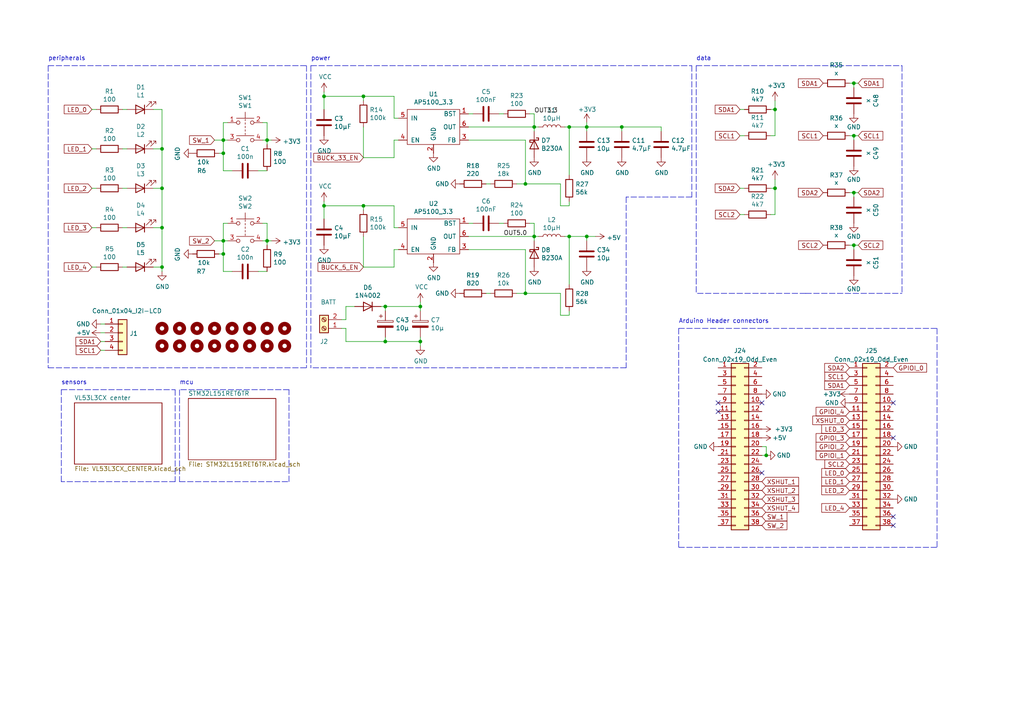
<source format=kicad_sch>
(kicad_sch (version 20211123) (generator eeschema)
  (paper "A4")
  (title_block (title "Gesture Control") (date "2022-03-24") (rev "V0.3") (company "AP Hogeschool & ED&A"))
  (lib_symbols
    (symbol "AP5100:AP5100" (pin_names (offset 1.016))
      (property "Reference" "U" (at 0 6.35 0))
      (property "Value" "AP5100" (at 0 8.89 0))
      (symbol "AP5100_1_1"
        (pin input line (at 10.16 3.81 180) (length 2.54) (name "BST") (number "1"))
        (pin input line (at 0 -7.62 90) (length 2.54) (name "GND") (number "2"))
        (pin input line (at 10.16 -3.81 180) (length 2.54) (name "FB") (number "3"))
        (pin input line (at -10.16 -3.81 0) (length 2.54) (name "EN") (number "4"))
        (pin power_in line (at -10.16 2.54 0) (length 2.54) (name "IN") (number "5"))
        (pin power_out line (at 10.16 0 180) (length 2.54) (name "OUT") (number "6"))
      )
    )
    (symbol "Connector:Screw_Terminal_01x02" (pin_names (offset 1.016) hide)
      (property "Reference" "J" (at 0 2.54 0))
      (property "Value" "Screw_Terminal_01x02" (at 0 -5.08 0))
      (symbol "Screw_Terminal_01x02_1_1"
        (pin passive line (at -5.08 0 0) (length 3.81) (name "Pin_1") (number "1"))
        (pin passive line (at -5.08 -2.54 0) (length 3.81) (name "Pin_2") (number "2"))
      )
    )
    (symbol "Connector_Generic:Conn_01x04" (pin_names (offset 1.016) hide)
      (property "Reference" "J" (at 0 5.08 0))
      (property "Value" "Conn_01x04" (at 0 -7.62 0))
      (symbol "Conn_01x04_1_1"
        (pin passive line (at -5.08 2.54 0) (length 3.81) (name "Pin_1") (number "1"))
        (pin passive line (at -5.08 0 0) (length 3.81) (name "Pin_2") (number "2"))
        (pin passive line (at -5.08 -2.54 0) (length 3.81) (name "Pin_3") (number "3"))
        (pin passive line (at -5.08 -5.08 0) (length 3.81) (name "Pin_4") (number "4"))
      )
    )
    (symbol "Connector_Generic:Conn_02x19_Odd_Even" (pin_names (offset 1.016) hide)
      (property "Reference" "J" (at 1.27 25.4 0))
      (property "Value" "Conn_02x19_Odd_Even" (at 1.27 -25.4 0))
      (symbol "Conn_02x19_Odd_Even_1_1"
        (pin passive line (at -5.08 22.86 0) (length 3.81) (name "Pin_1") (number "1"))
        (pin passive line (at 7.62 12.7 180) (length 3.81) (name "Pin_10") (number "10"))
        (pin passive line (at -5.08 10.16 0) (length 3.81) (name "Pin_11") (number "11"))
        (pin passive line (at 7.62 10.16 180) (length 3.81) (name "Pin_12") (number "12"))
        (pin passive line (at -5.08 7.62 0) (length 3.81) (name "Pin_13") (number "13"))
        (pin passive line (at 7.62 7.62 180) (length 3.81) (name "Pin_14") (number "14"))
        (pin passive line (at -5.08 5.08 0) (length 3.81) (name "Pin_15") (number "15"))
        (pin passive line (at 7.62 5.08 180) (length 3.81) (name "Pin_16") (number "16"))
        (pin passive line (at -5.08 2.54 0) (length 3.81) (name "Pin_17") (number "17"))
        (pin passive line (at 7.62 2.54 180) (length 3.81) (name "Pin_18") (number "18"))
        (pin passive line (at -5.08 0 0) (length 3.81) (name "Pin_19") (number "19"))
        (pin passive line (at 7.62 22.86 180) (length 3.81) (name "Pin_2") (number "2"))
        (pin passive line (at 7.62 0 180) (length 3.81) (name "Pin_20") (number "20"))
        (pin passive line (at -5.08 -2.54 0) (length 3.81) (name "Pin_21") (number "21"))
        (pin passive line (at 7.62 -2.54 180) (length 3.81) (name "Pin_22") (number "22"))
        (pin passive line (at -5.08 -5.08 0) (length 3.81) (name "Pin_23") (number "23"))
        (pin passive line (at 7.62 -5.08 180) (length 3.81) (name "Pin_24") (number "24"))
        (pin passive line (at -5.08 -7.62 0) (length 3.81) (name "Pin_25") (number "25"))
        (pin passive line (at 7.62 -7.62 180) (length 3.81) (name "Pin_26") (number "26"))
        (pin passive line (at -5.08 -10.16 0) (length 3.81) (name "Pin_27") (number "27"))
        (pin passive line (at 7.62 -10.16 180) (length 3.81) (name "Pin_28") (number "28"))
        (pin passive line (at -5.08 -12.7 0) (length 3.81) (name "Pin_29") (number "29"))
        (pin passive line (at -5.08 20.32 0) (length 3.81) (name "Pin_3") (number "3"))
        (pin passive line (at 7.62 -12.7 180) (length 3.81) (name "Pin_30") (number "30"))
        (pin passive line (at -5.08 -15.24 0) (length 3.81) (name "Pin_31") (number "31"))
        (pin passive line (at 7.62 -15.24 180) (length 3.81) (name "Pin_32") (number "32"))
        (pin passive line (at -5.08 -17.78 0) (length 3.81) (name "Pin_33") (number "33"))
        (pin passive line (at 7.62 -17.78 180) (length 3.81) (name "Pin_34") (number "34"))
        (pin passive line (at -5.08 -20.32 0) (length 3.81) (name "Pin_35") (number "35"))
        (pin passive line (at 7.62 -20.32 180) (length 3.81) (name "Pin_36") (number "36"))
        (pin passive line (at -5.08 -22.86 0) (length 3.81) (name "Pin_37") (number "37"))
        (pin passive line (at 7.62 -22.86 180) (length 3.81) (name "Pin_38") (number "38"))
        (pin passive line (at 7.62 20.32 180) (length 3.81) (name "Pin_4") (number "4"))
        (pin passive line (at -5.08 17.78 0) (length 3.81) (name "Pin_5") (number "5"))
        (pin passive line (at 7.62 17.78 180) (length 3.81) (name "Pin_6") (number "6"))
        (pin passive line (at -5.08 15.24 0) (length 3.81) (name "Pin_7") (number "7"))
        (pin passive line (at 7.62 15.24 180) (length 3.81) (name "Pin_8") (number "8"))
        (pin passive line (at -5.08 12.7 0) (length 3.81) (name "Pin_9") (number "9"))
      )
    )
    (symbol "Device:C" (pin_numbers hide) (pin_names (offset 0.254))
      (property "Reference" "C" (at 0.635 2.54 0))
      (property "Value" "C" (at 0.635 -2.54 0))
      (symbol "C_1_1"
        (pin passive line (at 0 3.81 270) (length 2.794) (name "~") (number "1"))
        (pin passive line (at 0 -3.81 90) (length 2.794) (name "~") (number "2"))
      )
    )
    (symbol "Device:CP" (pin_numbers hide) (pin_names (offset 0.254))
      (property "Reference" "C" (at 0.635 2.54 0))
      (property "Value" "Device_CP" (at 0.635 -2.54 0))
      (symbol "CP_1_1"
        (pin passive line (at 0 3.81 270) (length 2.794) (name "~") (number "1"))
        (pin passive line (at 0 -3.81 90) (length 2.794) (name "~") (number "2"))
      )
    )
    (symbol "Device:D" (pin_numbers hide) (pin_names (offset 1.016) hide)
      (property "Reference" "D" (at 0 2.54 0))
      (property "Value" "D" (at 0 -2.54 0))
      (symbol "D_1_1"
        (pin passive line (at -3.81 0 0) (length 2.54) (name "K") (number "1"))
        (pin passive line (at 3.81 0 180) (length 2.54) (name "A") (number "2"))
      )
    )
    (symbol "Device:D_Schottky" (pin_numbers hide) (pin_names (offset 1.016) hide)
      (property "Reference" "D" (at 0 2.54 0))
      (property "Value" "D_Schottky" (at 0 -2.54 0))
      (symbol "D_Schottky_1_1"
        (pin passive line (at -3.81 0 0) (length 2.54) (name "K") (number "1"))
        (pin passive line (at 3.81 0 180) (length 2.54) (name "A") (number "2"))
      )
    )
    (symbol "Device:L" (pin_numbers hide) (pin_names (offset 1.016) hide)
      (property "Reference" "L" (at -1.27 0 90))
      (property "Value" "L" (at 1.905 0 90))
      (symbol "L_1_1"
        (pin passive line (at 0 3.81 270) (length 1.27) (name "1") (number "1"))
        (pin passive line (at 0 -3.81 90) (length 1.27) (name "2") (number "2"))
      )
    )
    (symbol "Device:LED" (pin_numbers hide) (pin_names (offset 1.016) hide)
      (property "Reference" "D" (at 0 2.54 0))
      (property "Value" "LED" (at 0 -2.54 0))
      (symbol "LED_1_1"
        (pin passive line (at -3.81 0 0) (length 2.54) (name "K") (number "1"))
        (pin passive line (at 3.81 0 180) (length 2.54) (name "A") (number "2"))
      )
    )
    (symbol "Device:R" (pin_numbers hide) (pin_names (offset 0))
      (property "Reference" "R" (at 2.032 0 90))
      (property "Value" "R" (at 0 0 90))
      (symbol "R_1_1"
        (pin passive line (at 0 3.81 270) (length 1.27) (name "~") (number "1"))
        (pin passive line (at 0 -3.81 90) (length 1.27) (name "~") (number "2"))
      )
    )
    (symbol "Mechanical:MountingHole" (pin_names (offset 1.016))
      (property "Reference" "H" (at 0 5.08 0))
      (property "Value" "MountingHole" (at 0 3.175 0))
    )
    (symbol "Switch:SW_Push_Dual" (pin_names (offset 1.016) hide)
      (property "Reference" "SW" (at 1.27 2.54 0))
      (property "Value" "SW_Push_Dual" (at 0 -6.858 0))
      (symbol "SW_Push_Dual_0_1"
        (pin passive line (at -5.08 0 0) (length 2.54) (name "1") (number "1"))
        (pin passive line (at 5.08 0 180) (length 2.54) (name "2") (number "2"))
        (pin passive line (at -5.08 -5.08 0) (length 2.54) (name "3") (number "3"))
        (pin passive line (at 5.08 -5.08 180) (length 2.54) (name "4") (number "4"))
      )
    )
    (symbol "power:+3.3V" (power) (pin_names (offset 0))
      (property "Value" "+3.3V" (at 0 3.556 0))
      (symbol "+3.3V_1_1"
        (pin power_in line (at 0 0 90) (length 0) hide (name "+3V3") (number "1"))
      )
    )
    (symbol "power:+5V" (power) (pin_names (offset 0))
      (property "Value" "+5V" (at 0 3.556 0))
      (symbol "+5V_1_1"
        (pin power_in line (at 0 0 90) (length 0) hide (name "+5V") (number "1"))
      )
    )
    (symbol "power:GND" (power) (pin_names (offset 0))
      (property "Value" "GND" (at 0 -3.81 0))
      (symbol "GND_1_1"
        (pin power_in line (at 0 0 270) (length 0) hide (name "GND") (number "1"))
      )
    )
    (symbol "power:VCC" (power) (pin_names (offset 0))
      (property "Value" "VCC" (at 0 3.81 0))
      (symbol "VCC_1_1"
        (pin power_in line (at 0 0 90) (length 0) hide (name "VCC") (number "1"))
      )
    )
  )
  (junction (at 121.92 99.06))
  (junction (at 180.34 36.83))
  (junction (at 224.79 54.61))
  (junction (at 46.99 66.04))
  (junction (at 152.4 53.34))
  (junction (at 93.98 59.69))
  (junction (at 64.77 73.66))
  (junction (at 111.76 99.06))
  (junction (at 247.65 24.13))
  (junction (at 222.25 132.08))
  (junction (at 154.94 68.58))
  (junction (at 105.41 59.69))
  (junction (at 111.76 88.9))
  (junction (at 46.99 54.61))
  (junction (at 154.94 36.83))
  (junction (at 105.41 27.94))
  (junction (at 77.47 69.85))
  (junction (at 247.65 71.12))
  (junction (at 121.92 88.9))
  (junction (at 46.99 43.18))
  (junction (at 64.77 40.64))
  (junction (at 165.1 68.58))
  (junction (at 165.1 36.83))
  (junction (at 247.65 39.37))
  (junction (at 170.18 68.58))
  (junction (at 64.77 44.45))
  (junction (at 170.18 36.83))
  (junction (at 77.47 40.64))
  (junction (at 46.99 77.47))
  (junction (at 224.79 31.75))
  (junction (at 152.4 85.09))
  (junction (at 247.65 55.88))
  (junction (at 93.98 27.94))
  (junction (at 64.77 69.85))
  (no_connect (at 220.98 116.84))
  (no_connect (at 259.08 127))
  (no_connect (at 220.98 137.16))
  (no_connect (at 208.28 119.38))
  (no_connect (at 208.28 116.84))
  (no_connect (at 259.08 116.84))
  (no_connect (at 259.08 149.86))
  (no_connect (at 259.08 152.4))
  (wire (pts (xy 46.99 54.61) (xy 46.99 66.04)))
  (wire (pts (xy 44.45 54.61) (xy 46.99 54.61)))
  (polyline (pts (xy 17.78 113.03) (xy 50.8 113.03)))
  (wire (pts (xy 44.45 66.04) (xy 46.99 66.04)))
  (wire (pts (xy 222.25 129.54) (xy 222.25 132.08)))
  (wire (pts (xy 78.74 40.64) (xy 77.47 40.64)))
  (wire (pts (xy 152.4 40.64) (xy 152.4 53.34)))
  (wire (pts (xy 30.48 99.06) (xy 29.21 99.06)))
  (wire (pts (xy 224.79 29.21) (xy 224.79 31.75)))
  (wire (pts (xy 105.41 68.58) (xy 105.41 77.47)))
  (wire (pts (xy 115.57 72.39) (xy 114.3 72.39)))
  (wire (pts (xy 162.56 53.34) (xy 152.4 53.34)))
  (wire (pts (xy 114.3 45.72) (xy 105.41 45.72)))
  (wire (pts (xy 105.41 36.83) (xy 105.41 45.72)))
  (wire (pts (xy 224.79 62.23) (xy 224.79 54.61)))
  (wire (pts (xy 100.33 99.06) (xy 111.76 99.06)))
  (polyline (pts (xy 17.78 139.7) (xy 17.78 113.03)))
  (wire (pts (xy 64.77 69.85) (xy 62.23 69.85)))
  (wire (pts (xy 246.38 55.88) (xy 247.65 55.88)))
  (wire (pts (xy 170.18 35.56) (xy 170.18 36.83)))
  (wire (pts (xy 163.83 36.83) (xy 165.1 36.83)))
  (wire (pts (xy 172.72 68.58) (xy 170.18 68.58)))
  (wire (pts (xy 246.38 71.12) (xy 247.65 71.12)))
  (wire (pts (xy 246.38 24.13) (xy 247.65 24.13)))
  (wire (pts (xy 64.77 40.64) (xy 66.04 40.64)))
  (wire (pts (xy 162.56 59.69) (xy 162.56 53.34)))
  (wire (pts (xy 29.21 101.6) (xy 30.48 101.6)))
  (wire (pts (xy 137.16 33.02) (xy 135.89 33.02)))
  (wire (pts (xy 111.76 97.79) (xy 111.76 99.06)))
  (wire (pts (xy 247.65 55.88) (xy 248.92 55.88)))
  (wire (pts (xy 105.41 59.69) (xy 105.41 60.96)))
  (wire (pts (xy 144.78 64.77) (xy 146.05 64.77)))
  (wire (pts (xy 111.76 88.9) (xy 111.76 90.17)))
  (polyline (pts (xy 83.82 113.03) (xy 52.07 113.03)))
  (polyline (pts (xy 261.62 19.05) (xy 261.62 85.09)))
  (wire (pts (xy 154.94 36.83) (xy 156.21 36.83)))
  (wire (pts (xy 111.76 88.9) (xy 121.92 88.9)))
  (wire (pts (xy 220.98 132.08) (xy 222.25 132.08)))
  (polyline (pts (xy 233.68 85.09) (xy 201.93 85.09)))
  (wire (pts (xy 64.77 40.64) (xy 62.23 40.64)))
  (polyline (pts (xy 200.66 19.05) (xy 200.66 57.15)))
  (wire (pts (xy 223.52 62.23) (xy 224.79 62.23)))
  (wire (pts (xy 99.06 95.25) (xy 100.33 95.25)))
  (wire (pts (xy 46.99 77.47) (xy 46.99 78.74)))
  (wire (pts (xy 140.97 53.34) (xy 142.24 53.34)))
  (wire (pts (xy 165.1 36.83) (xy 165.1 50.8)))
  (wire (pts (xy 36.83 43.18) (xy 35.56 43.18)))
  (wire (pts (xy 35.56 66.04) (xy 36.83 66.04)))
  (polyline (pts (xy 181.61 106.68) (xy 90.17 106.68)))
  (polyline (pts (xy 88.9 19.05) (xy 88.9 106.68)))
  (wire (pts (xy 46.99 43.18) (xy 46.99 54.61)))
  (polyline (pts (xy 233.68 85.09) (xy 261.62 85.09)))
  (wire (pts (xy 165.1 58.42) (xy 165.1 59.69)))
  (wire (pts (xy 162.56 85.09) (xy 152.4 85.09)))
  (wire (pts (xy 35.56 31.75) (xy 36.83 31.75)))
  (wire (pts (xy 26.67 31.75) (xy 27.94 31.75)))
  (wire (pts (xy 76.2 64.77) (xy 77.47 64.77)))
  (wire (pts (xy 66.04 64.77) (xy 64.77 64.77)))
  (polyline (pts (xy 196.85 95.25) (xy 271.78 95.25)))
  (wire (pts (xy 64.77 40.64) (xy 64.77 44.45)))
  (wire (pts (xy 170.18 36.83) (xy 180.34 36.83)))
  (wire (pts (xy 114.3 40.64) (xy 114.3 45.72)))
  (wire (pts (xy 115.57 40.64) (xy 114.3 40.64)))
  (wire (pts (xy 114.3 77.47) (xy 105.41 77.47)))
  (wire (pts (xy 115.57 66.04) (xy 114.3 66.04)))
  (wire (pts (xy 220.98 129.54) (xy 222.25 129.54)))
  (wire (pts (xy 77.47 41.91) (xy 77.47 40.64)))
  (wire (pts (xy 165.1 68.58) (xy 165.1 82.55)))
  (wire (pts (xy 77.47 69.85) (xy 76.2 69.85)))
  (wire (pts (xy 100.33 88.9) (xy 100.33 92.71)))
  (wire (pts (xy 121.92 97.79) (xy 121.92 99.06)))
  (wire (pts (xy 29.21 96.52) (xy 30.48 96.52)))
  (polyline (pts (xy 83.82 139.7) (xy 83.82 113.03)))
  (wire (pts (xy 163.83 68.58) (xy 165.1 68.58)))
  (polyline (pts (xy 90.17 19.05) (xy 200.66 19.05)))
  (wire (pts (xy 64.77 69.85) (xy 64.77 73.66)))
  (wire (pts (xy 247.65 71.12) (xy 247.65 72.39)))
  (polyline (pts (xy 196.85 158.75) (xy 271.78 158.75)))
  (wire (pts (xy 224.79 52.07) (xy 224.79 54.61)))
  (wire (pts (xy 162.56 91.44) (xy 162.56 85.09)))
  (wire (pts (xy 165.1 36.83) (xy 170.18 36.83)))
  (wire (pts (xy 154.94 68.58) (xy 154.94 69.85)))
  (wire (pts (xy 191.77 36.83) (xy 191.77 38.1)))
  (wire (pts (xy 152.4 53.34) (xy 149.86 53.34)))
  (wire (pts (xy 64.77 69.85) (xy 66.04 69.85)))
  (wire (pts (xy 135.89 72.39) (xy 152.4 72.39)))
  (polyline (pts (xy 13.97 19.05) (xy 88.9 19.05)))
  (wire (pts (xy 105.41 27.94) (xy 93.98 27.94)))
  (polyline (pts (xy 271.78 95.25) (xy 271.78 158.75)))
  (wire (pts (xy 93.98 27.94) (xy 93.98 31.75)))
  (wire (pts (xy 105.41 59.69) (xy 93.98 59.69)))
  (wire (pts (xy 44.45 77.47) (xy 46.99 77.47)))
  (wire (pts (xy 63.5 73.66) (xy 64.77 73.66)))
  (wire (pts (xy 26.67 66.04) (xy 27.94 66.04)))
  (wire (pts (xy 170.18 36.83) (xy 170.18 38.1)))
  (wire (pts (xy 247.65 40.64) (xy 247.65 39.37)))
  (wire (pts (xy 214.63 39.37) (xy 215.9 39.37)))
  (wire (pts (xy 100.33 92.71) (xy 99.06 92.71)))
  (wire (pts (xy 77.47 35.56) (xy 77.47 40.64)))
  (wire (pts (xy 165.1 59.69) (xy 162.56 59.69)))
  (wire (pts (xy 114.3 66.04) (xy 114.3 59.69)))
  (wire (pts (xy 214.63 62.23) (xy 215.9 62.23)))
  (wire (pts (xy 26.67 77.47) (xy 27.94 77.47)))
  (wire (pts (xy 153.67 33.02) (xy 154.94 33.02)))
  (wire (pts (xy 154.94 36.83) (xy 154.94 38.1)))
  (polyline (pts (xy 181.61 57.15) (xy 181.61 106.68)))
  (polyline (pts (xy 50.8 139.7) (xy 17.78 139.7)))
  (wire (pts (xy 247.65 24.13) (xy 248.92 24.13)))
  (wire (pts (xy 170.18 68.58) (xy 170.18 69.85)))
  (wire (pts (xy 74.93 78.74) (xy 77.47 78.74)))
  (wire (pts (xy 135.89 40.64) (xy 152.4 40.64)))
  (wire (pts (xy 67.31 49.53) (xy 64.77 49.53)))
  (wire (pts (xy 121.92 87.63) (xy 121.92 88.9)))
  (wire (pts (xy 246.38 39.37) (xy 247.65 39.37)))
  (wire (pts (xy 78.74 69.85) (xy 77.47 69.85)))
  (wire (pts (xy 110.49 88.9) (xy 111.76 88.9)))
  (wire (pts (xy 46.99 31.75) (xy 46.99 43.18)))
  (wire (pts (xy 76.2 35.56) (xy 77.47 35.56)))
  (wire (pts (xy 146.05 33.02) (xy 144.78 33.02)))
  (wire (pts (xy 35.56 54.61) (xy 36.83 54.61)))
  (wire (pts (xy 165.1 90.17) (xy 165.1 91.44)))
  (wire (pts (xy 44.45 43.18) (xy 46.99 43.18)))
  (wire (pts (xy 111.76 99.06) (xy 121.92 99.06)))
  (wire (pts (xy 154.94 64.77) (xy 154.94 68.58)))
  (wire (pts (xy 114.3 27.94) (xy 105.41 27.94)))
  (wire (pts (xy 74.93 49.53) (xy 77.47 49.53)))
  (polyline (pts (xy 52.07 139.7) (xy 83.82 139.7)))
  (wire (pts (xy 247.65 71.12) (xy 248.92 71.12)))
  (wire (pts (xy 135.89 68.58) (xy 154.94 68.58)))
  (wire (pts (xy 224.79 31.75) (xy 223.52 31.75)))
  (wire (pts (xy 165.1 68.58) (xy 170.18 68.58)))
  (wire (pts (xy 180.34 36.83) (xy 180.34 38.1)))
  (wire (pts (xy 77.47 64.77) (xy 77.47 69.85)))
  (polyline (pts (xy 90.17 19.05) (xy 90.17 106.68)))
  (wire (pts (xy 114.3 59.69) (xy 105.41 59.69)))
  (wire (pts (xy 247.65 24.13) (xy 247.65 25.4)))
  (wire (pts (xy 46.99 66.04) (xy 46.99 77.47)))
  (wire (pts (xy 152.4 72.39) (xy 152.4 85.09)))
  (wire (pts (xy 154.94 33.02) (xy 154.94 36.83)))
  (wire (pts (xy 93.98 26.67) (xy 93.98 27.94)))
  (wire (pts (xy 35.56 77.47) (xy 36.83 77.47)))
  (wire (pts (xy 64.77 35.56) (xy 64.77 40.64)))
  (polyline (pts (xy 13.97 19.05) (xy 13.97 106.68)))
  (wire (pts (xy 114.3 34.29) (xy 114.3 27.94)))
  (wire (pts (xy 100.33 88.9) (xy 102.87 88.9)))
  (wire (pts (xy 152.4 85.09) (xy 149.86 85.09)))
  (wire (pts (xy 66.04 35.56) (xy 64.77 35.56)))
  (polyline (pts (xy 50.8 113.03) (xy 50.8 139.7)))
  (wire (pts (xy 64.77 73.66) (xy 64.77 78.74)))
  (wire (pts (xy 67.31 78.74) (xy 64.77 78.74)))
  (wire (pts (xy 93.98 58.42) (xy 93.98 59.69)))
  (wire (pts (xy 64.77 44.45) (xy 64.77 49.53)))
  (wire (pts (xy 137.16 64.77) (xy 135.89 64.77)))
  (wire (pts (xy 93.98 59.69) (xy 93.98 63.5)))
  (wire (pts (xy 30.48 93.98) (xy 29.21 93.98)))
  (wire (pts (xy 154.94 68.58) (xy 156.21 68.58)))
  (wire (pts (xy 115.57 34.29) (xy 114.3 34.29)))
  (wire (pts (xy 100.33 95.25) (xy 100.33 99.06)))
  (wire (pts (xy 215.9 31.75) (xy 214.63 31.75)))
  (polyline (pts (xy 13.97 106.68) (xy 88.9 106.68)))
  (wire (pts (xy 153.67 64.77) (xy 154.94 64.77)))
  (wire (pts (xy 64.77 64.77) (xy 64.77 69.85)))
  (wire (pts (xy 224.79 54.61) (xy 223.52 54.61)))
  (wire (pts (xy 44.45 31.75) (xy 46.99 31.75)))
  (wire (pts (xy 247.65 39.37) (xy 248.92 39.37)))
  (wire (pts (xy 26.67 43.18) (xy 27.94 43.18)))
  (wire (pts (xy 223.52 39.37) (xy 224.79 39.37)))
  (wire (pts (xy 114.3 72.39) (xy 114.3 77.47)))
  (polyline (pts (xy 200.66 57.15) (xy 181.61 57.15)))
  (polyline (pts (xy 201.93 19.05) (xy 261.62 19.05)))
  (wire (pts (xy 121.92 100.33) (xy 121.92 99.06)))
  (wire (pts (xy 63.5 44.45) (xy 64.77 44.45)))
  (wire (pts (xy 77.47 71.12) (xy 77.47 69.85)))
  (wire (pts (xy 247.65 55.88) (xy 247.65 57.15)))
  (wire (pts (xy 135.89 36.83) (xy 154.94 36.83)))
  (wire (pts (xy 105.41 27.94) (xy 105.41 29.21)))
  (wire (pts (xy 121.92 88.9) (xy 121.92 90.17)))
  (wire (pts (xy 224.79 39.37) (xy 224.79 31.75)))
  (wire (pts (xy 26.67 54.61) (xy 27.94 54.61)))
  (polyline (pts (xy 52.07 113.03) (xy 52.07 139.7)))
  (wire (pts (xy 77.47 40.64) (xy 76.2 40.64)))
  (wire (pts (xy 140.97 85.09) (xy 142.24 85.09)))
  (wire (pts (xy 165.1 91.44) (xy 162.56 91.44)))
  (wire (pts (xy 215.9 54.61) (xy 214.63 54.61)))
  (polyline (pts (xy 201.93 19.05) (xy 201.93 85.09)))
  (polyline (pts (xy 196.85 95.25) (xy 196.85 158.75)))
  (wire (pts (xy 180.34 36.83) (xy 191.77 36.83)))
  (text "data" (at 201.93 17.78 0) (effects (font (size 1.27 1.27)) (justify left bottom)))
  (text "sensors" (at 17.78 111.76 0) (effects (font (size 1.27 1.27)) (justify left bottom)))
  (text "Arduino Header connectors" (at 196.85 93.98 0) (effects (font (size 1.27 1.27)) (justify left bottom)))
  (text "peripherals" (at 13.97 17.78 0) (effects (font (size 1.27 1.27)) (justify left bottom)))
  (text "mcu" (at 52.07 111.76 0) (effects (font (size 1.27 1.27)) (justify left bottom)))
  (text "power" (at 90.17 17.78 0) (effects (font (size 1.27 1.27)) (justify left bottom)))
  (label "OUT5.0" (at 146.05 68.58 0))
  (label "OUT3.3" (at 154.94 33.02 0))
  (global_label "SDA1" (shape input) (at 246.38 111.76 180) (property "Intersheet References" "${INTERSHEET_REFS}" (effects hide)))
  (global_label "SCL2" (shape input) (at 214.63 62.23 180) (property "Intersheet References" "${INTERSHEET_REFS}" (effects hide)))
  (global_label "LED_0" (shape input) (at 26.67 31.75 180) (property "Intersheet References" "${INTERSHEET_REFS}" (effects hide)))
  (global_label "BUCK_5_EN" (shape input) (at 105.41 77.47 180) (property "Intersheet References" "${INTERSHEET_REFS}" (effects hide)))
  (global_label "SCL2" (shape input) (at 238.76 71.12 180) (property "Intersheet References" "${INTERSHEET_REFS}" (effects hide)))
  (global_label "SW_2" (shape input) (at 62.23 69.85 180) (property "Intersheet References" "${INTERSHEET_REFS}" (effects hide)))
  (global_label "SDA2" (shape input) (at 246.38 106.68 180) (property "Intersheet References" "${INTERSHEET_REFS}" (effects hide)))
  (global_label "XSHUT_4" (shape input) (at 220.98 147.32 0) (property "Intersheet References" "${INTERSHEET_REFS}" (effects hide)))
  (global_label "SCL1" (shape input) (at 248.92 39.37 0) (property "Intersheet References" "${INTERSHEET_REFS}" (effects hide)))
  (global_label "SDA1" (shape input) (at 214.63 31.75 180) (property "Intersheet References" "${INTERSHEET_REFS}" (effects hide)))
  (global_label "GPIOI_0" (shape input) (at 259.08 106.68 0) (property "Intersheet References" "${INTERSHEET_REFS}" (effects hide)))
  (global_label "SCL2" (shape input) (at 248.92 71.12 0) (property "Intersheet References" "${INTERSHEET_REFS}" (effects hide)))
  (global_label "LED_0" (shape input) (at 246.38 137.16 180) (property "Intersheet References" "${INTERSHEET_REFS}" (effects hide)))
  (global_label "XSHUT_3" (shape input) (at 220.98 144.78 0) (property "Intersheet References" "${INTERSHEET_REFS}" (effects hide)))
  (global_label "LED_3" (shape input) (at 26.67 66.04 180) (property "Intersheet References" "${INTERSHEET_REFS}" (effects hide)))
  (global_label "LED_1" (shape input) (at 246.38 139.7 180) (property "Intersheet References" "${INTERSHEET_REFS}" (effects hide)))
  (global_label "XSHUT_2" (shape input) (at 220.98 142.24 0) (property "Intersheet References" "${INTERSHEET_REFS}" (effects hide)))
  (global_label "SDA1" (shape input) (at 238.76 24.13 180) (property "Intersheet References" "${INTERSHEET_REFS}" (effects hide)))
  (global_label "SCL2" (shape input) (at 246.38 134.62 180) (property "Intersheet References" "${INTERSHEET_REFS}" (effects hide)))
  (global_label "GPIOI_1" (shape input) (at 246.38 132.08 180) (property "Intersheet References" "${INTERSHEET_REFS}" (effects hide)))
  (global_label "SDA2" (shape input) (at 248.92 55.88 0) (property "Intersheet References" "${INTERSHEET_REFS}" (effects hide)))
  (global_label "SDA1" (shape input) (at 29.21 99.06 180) (property "Intersheet References" "${INTERSHEET_REFS}" (effects hide)))
  (global_label "XSHUT_1" (shape input) (at 220.98 139.7 0) (property "Intersheet References" "${INTERSHEET_REFS}" (effects hide)))
  (global_label "BUCK_33_EN" (shape input) (at 105.41 45.72 180) (property "Intersheet References" "${INTERSHEET_REFS}" (effects hide)))
  (global_label "SCL1" (shape input) (at 29.21 101.6 180) (property "Intersheet References" "${INTERSHEET_REFS}" (effects hide)))
  (global_label "SCL1" (shape input) (at 246.38 109.22 180) (property "Intersheet References" "${INTERSHEET_REFS}" (effects hide)))
  (global_label "SCL1" (shape input) (at 214.63 39.37 180) (property "Intersheet References" "${INTERSHEET_REFS}" (effects hide)))
  (global_label "LED_2" (shape input) (at 26.67 54.61 180) (property "Intersheet References" "${INTERSHEET_REFS}" (effects hide)))
  (global_label "SW_2" (shape input) (at 220.98 152.4 0) (property "Intersheet References" "${INTERSHEET_REFS}" (effects hide)))
  (global_label "SDA1" (shape input) (at 248.92 24.13 0) (property "Intersheet References" "${INTERSHEET_REFS}" (effects hide)))
  (global_label "LED_3" (shape input) (at 246.38 124.46 180) (property "Intersheet References" "${INTERSHEET_REFS}" (effects hide)))
  (global_label "LED_1" (shape input) (at 26.67 43.18 180) (property "Intersheet References" "${INTERSHEET_REFS}" (effects hide)))
  (global_label "SW_1" (shape input) (at 62.23 40.64 180) (property "Intersheet References" "${INTERSHEET_REFS}" (effects hide)))
  (global_label "XSHUT_0" (shape input) (at 246.38 121.92 180) (property "Intersheet References" "${INTERSHEET_REFS}" (effects hide)))
  (global_label "LED_4" (shape input) (at 246.38 147.32 180) (property "Intersheet References" "${INTERSHEET_REFS}" (effects hide)))
  (global_label "SDA2" (shape input) (at 214.63 54.61 180) (property "Intersheet References" "${INTERSHEET_REFS}" (effects hide)))
  (global_label "SCL1" (shape input) (at 238.76 39.37 180) (property "Intersheet References" "${INTERSHEET_REFS}" (effects hide)))
  (global_label "SDA2" (shape input) (at 238.76 55.88 180) (property "Intersheet References" "${INTERSHEET_REFS}" (effects hide)))
  (global_label "SW_1" (shape input) (at 220.98 149.86 0) (property "Intersheet References" "${INTERSHEET_REFS}" (effects hide)))
  (global_label "GPIOI_4" (shape input) (at 246.38 119.38 180) (property "Intersheet References" "${INTERSHEET_REFS}" (effects hide)))
  (global_label "LED_4" (shape input) (at 26.67 77.47 180) (property "Intersheet References" "${INTERSHEET_REFS}" (effects hide)))
  (global_label "LED_2" (shape input) (at 246.38 142.24 180) (property "Intersheet References" "${INTERSHEET_REFS}" (effects hide)))
  (global_label "GPIOI_2" (shape input) (at 246.38 129.54 180) (property "Intersheet References" "${INTERSHEET_REFS}" (effects hide)))
  (global_label "GPIOI_3" (shape input) (at 246.38 127 180) (property "Intersheet References" "${INTERSHEET_REFS}" (effects hide)))
  (symbol (lib_id "Device:LED") (at 40.64 31.75 180) (unit 1)
    (property "Reference" "D1" (at 40.8178 25.273 0))
    (property "Value" "L1" (at 40.8178 27.5844 0))
    (property "Footprint" "LED_SMD:LED_0805_2012Metric_Pad1.15x1.40mm_HandSolder" (effects hide))
  )
  (symbol (lib_id "Device:LED") (at 40.64 43.18 180) (unit 1)
    (property "Reference" "D2" (at 40.8178 36.703 0))
    (property "Value" "L2" (at 40.8178 39.0144 0))
    (property "Footprint" "LED_SMD:LED_0805_2012Metric_Pad1.15x1.40mm_HandSolder" (effects hide))
  )
  (symbol (lib_id "Device:LED") (at 40.64 54.61 180) (unit 1)
    (property "Reference" "D3" (at 40.8178 48.133 0))
    (property "Value" "L3" (at 40.8178 50.4444 0))
    (property "Footprint" "LED_SMD:LED_0805_2012Metric_Pad1.15x1.40mm_HandSolder" (effects hide))
  )
  (symbol (lib_id "Device:LED") (at 40.64 66.04 180) (unit 1)
    (property "Reference" "D4" (at 40.8178 59.563 0))
    (property "Value" "L4" (at 40.8178 61.8744 0))
    (property "Footprint" "LED_SMD:LED_0805_2012Metric_Pad1.15x1.40mm_HandSolder" (effects hide))
  )
  (symbol (lib_id "Device:R") (at 31.75 31.75 270) (unit 1)
    (property "Reference" "R1" (at 31.75 26.4922 90))
    (property "Value" "100" (at 31.75 28.8036 90))
    (property "Footprint" "Resistor_SMD:R_0805_2012Metric_Pad1.20x1.40mm_HandSolder" (effects hide))
  )
  (symbol (lib_id "Device:R") (at 31.75 43.18 270) (unit 1)
    (property "Reference" "R2" (at 31.75 37.9222 90))
    (property "Value" "100" (at 31.75 40.2336 90))
    (property "Footprint" "Resistor_SMD:R_0805_2012Metric_Pad1.20x1.40mm_HandSolder" (effects hide))
  )
  (symbol (lib_id "Device:R") (at 31.75 54.61 270) (unit 1)
    (property "Reference" "R3" (at 31.75 49.3522 90))
    (property "Value" "100" (at 31.75 51.6636 90))
    (property "Footprint" "Resistor_SMD:R_0805_2012Metric_Pad1.20x1.40mm_HandSolder" (effects hide))
  )
  (symbol (lib_id "Device:R") (at 31.75 66.04 270) (unit 1)
    (property "Reference" "R4" (at 31.75 60.7822 90))
    (property "Value" "100" (at 31.75 63.0936 90))
    (property "Footprint" "Resistor_SMD:R_0805_2012Metric_Pad1.20x1.40mm_HandSolder" (effects hide))
  )
  (symbol (lib_id "Device:LED") (at 40.64 77.47 180) (unit 1)
    (property "Reference" "D5" (at 40.8178 70.993 0))
    (property "Value" "L5" (at 40.8178 73.3044 0))
    (property "Footprint" "LED_SMD:LED_0805_2012Metric_Pad1.15x1.40mm_HandSolder" (effects hide))
  )
  (symbol (lib_id "Device:R") (at 31.75 77.47 270) (unit 1)
    (property "Reference" "R5" (at 31.75 72.2122 90))
    (property "Value" "100" (at 31.75 74.5236 90))
    (property "Footprint" "Resistor_SMD:R_0805_2012Metric_Pad1.20x1.40mm_HandSolder" (effects hide))
  )
  (symbol (lib_id "Device:R") (at 59.69 44.45 90) (unit 1)
    (property "Reference" "R6" (at 57.15 49.53 90) (effects (justify right)))
    (property "Value" "10k" (at 57.15 46.99 90) (effects (justify right)))
    (property "Footprint" "Resistor_SMD:R_0805_2012Metric_Pad1.20x1.40mm_HandSolder" (effects hide))
  )
  (symbol (lib_id "power:GND") (at 46.99 78.74 0) (unit 1)
    (property "Reference" "#PWR03" (effects hide))
    (property "Value" "GND" (at 47.117 83.1342 0))
  )
  (symbol (lib_id "power:GND") (at 55.88 44.45 270) (unit 1)
    (property "Reference" "#PWR04" (effects hide))
    (property "Value" "GND" (at 51.4858 44.577 0))
  )
  (symbol (lib_id "Device:R") (at 219.71 31.75 270) (unit 1)
    (property "Reference" "R10" (at 219.71 26.4922 90))
    (property "Value" "4k7" (at 219.71 28.8036 90))
    (property "Footprint" "Resistor_SMD:R_0805_2012Metric_Pad1.20x1.40mm_HandSolder" (effects hide))
  )
  (symbol (lib_id "Device:R") (at 219.71 39.37 270) (unit 1)
    (property "Reference" "R11" (at 219.71 34.1122 90))
    (property "Value" "4k7" (at 219.71 36.4236 90))
    (property "Footprint" "Resistor_SMD:R_0805_2012Metric_Pad1.20x1.40mm_HandSolder" (effects hide))
  )
  (symbol (lib_id "Connector_Generic:Conn_01x04") (at 35.56 96.52 0) (unit 1)
    (property "Reference" "J1" (at 37.592 96.7232 0) (effects (justify left)))
    (property "Value" "Conn_01x04_I2I-LCD" (at 26.67 90.17 0) (effects (justify left)))
    (property "Footprint" "Connector_PinHeader_2.54mm:PinHeader_1x04_P2.54mm_Vertical" (effects hide))
  )
  (symbol (lib_id "power:VCC") (at 93.98 26.67 0) (unit 1)
    (property "Reference" "#PWR09" (effects hide))
    (property "Value" "VCC" (at 94.361 22.2758 0))
  )
  (symbol (lib_id "power:+5V") (at 29.21 96.52 90) (unit 1)
    (property "Reference" "#PWR02" (effects hide))
    (property "Value" "+5V" (at 24.13 96.52 90))
  )
  (symbol (lib_id "power:+3.3V") (at 224.79 29.21 0) (unit 1)
    (property "Reference" "#PWR016" (effects hide))
    (property "Value" "+3.3V" (at 225.171 24.8158 0))
  )
  (symbol (lib_id "power:GND") (at 29.21 93.98 270) (unit 1)
    (property "Reference" "#PWR01" (effects hide))
    (property "Value" "GND" (at 24.13 93.98 90))
  )
  (symbol (lib_id "Device:C") (at 71.12 49.53 270) (unit 1)
    (property "Reference" "C1" (at 71.12 43.1292 90))
    (property "Value" "100n" (at 71.12 45.4406 90))
    (property "Footprint" "Capacitor_SMD:C_0603_1608Metric_Pad1.08x0.95mm_HandSolder" (effects hide))
  )
  (symbol (lib_id "power:+3.3V") (at 78.74 40.64 270) (unit 1)
    (property "Reference" "#PWR06" (effects hide))
    (property "Value" "+3.3V" (at 81.9912 41.021 90) (effects (justify left)))
  )
  (symbol (lib_id "Device:R") (at 77.47 45.72 0) (unit 1)
    (property "Reference" "R8" (at 79.248 44.5516 0) (effects (justify left)))
    (property "Value" "100" (at 79.248 46.863 0) (effects (justify left)))
    (property "Footprint" "Resistor_SMD:R_0805_2012Metric_Pad1.20x1.40mm_HandSolder" (effects hide))
  )
  (symbol (lib_id "Device:R") (at 59.69 73.66 270) (unit 1)
    (property "Reference" "R7" (at 59.69 78.74 90) (effects (justify right)))
    (property "Value" "10k" (at 60.96 76.2 90) (effects (justify right)))
    (property "Footprint" "Resistor_SMD:R_0805_2012Metric_Pad1.20x1.40mm_HandSolder" (effects hide))
  )
  (symbol (lib_id "power:GND") (at 55.88 73.66 270) (unit 1)
    (property "Reference" "#PWR05" (effects hide))
    (property "Value" "GND" (at 51.4858 73.787 0))
  )
  (symbol (lib_id "Switch:SW_Push_Dual") (at 71.12 64.77 0) (unit 1)
    (property "Reference" "SW2" (at 71.12 57.531 0))
    (property "Value" "SW2" (at 71.12 59.8424 0))
    (property "Footprint" "Button_Switch_SMD:SW_Push_1P1T_NO_6x6mm_H9.5mm" (effects hide))
  )
  (symbol (lib_id "Device:C") (at 71.12 78.74 270) (unit 1)
    (property "Reference" "C2" (at 71.12 72.3392 90))
    (property "Value" "100n" (at 71.12 74.6506 90))
    (property "Footprint" "Capacitor_SMD:C_0603_1608Metric_Pad1.08x0.95mm_HandSolder" (effects hide))
  )
  (symbol (lib_id "power:+3.3V") (at 78.74 69.85 270) (unit 1)
    (property "Reference" "#PWR07" (effects hide))
    (property "Value" "+3.3V" (at 81.9912 70.231 90) (effects (justify left)))
  )
  (symbol (lib_id "Device:R") (at 77.47 74.93 0) (unit 1)
    (property "Reference" "R9" (at 79.248 73.7616 0) (effects (justify left)))
    (property "Value" "100" (at 79.248 76.073 0) (effects (justify left)))
    (property "Footprint" "Resistor_SMD:R_0805_2012Metric_Pad1.20x1.40mm_HandSolder" (effects hide))
  )
  (symbol (lib_id "AP5100:AP5100") (at 125.73 36.83 0) (unit 1)
    (property "Reference" "U1" (at 125.73 27.305 0))
    (property "Value" "AP5100_3.3" (at 125.73 29.6164 0))
    (property "Footprint" "Package_TO_SOT_SMD:TSOT-23-6_HandSoldering" (effects hide))
    (property "Datasheet" "https://www.diodes.com/assets/Datasheets/AP5100.pdf" (effects hide))
  )
  (symbol (lib_id "Device:C") (at 93.98 35.56 0) (unit 1)
    (property "Reference" "C3" (at 96.901 34.3916 0) (effects (justify left)))
    (property "Value" "10µF" (at 96.901 36.703 0) (effects (justify left)))
    (property "Footprint" "Capacitor_SMD:C_1206_3216Metric_Pad1.33x1.80mm_HandSolder" (effects hide))
  )
  (symbol (lib_id "Device:R") (at 105.41 33.02 0) (unit 1)
    (property "Reference" "R14" (at 107.188 31.8516 0) (effects (justify left)))
    (property "Value" "100k" (at 107.188 34.163 0) (effects (justify left)))
    (property "Footprint" "Resistor_SMD:R_0805_2012Metric_Pad1.20x1.40mm_HandSolder" (effects hide))
  )
  (symbol (lib_id "Device:C") (at 180.34 41.91 0) (unit 1)
    (property "Reference" "C11" (at 183.261 40.7416 0) (effects (justify left)))
    (property "Value" "4.7µF" (at 183.261 43.053 0) (effects (justify left)))
    (property "Footprint" "Capacitor_SMD:C_0805_2012Metric_Pad1.18x1.45mm_HandSolder" (effects hide))
  )
  (symbol (lib_id "Device:D_Schottky") (at 154.94 41.91 270) (unit 1)
    (property "Reference" "D7" (at 156.972 40.7416 90) (effects (justify left)))
    (property "Value" "B230A" (at 156.972 43.053 90) (effects (justify left)))
    (property "Footprint" "Diode_SMD:D_SMA_Handsoldering" (effects hide))
  )
  (symbol (lib_id "Device:L") (at 160.02 36.83 90) (unit 1)
    (property "Reference" "L1" (at 160.02 32.004 90))
    (property "Value" "10µH" (at 160.02 34.3154 90))
    (property "Footprint" "Inductor_SMD:L_Taiyo-Yuden_NR-50xx_HandSoldering" (effects hide))
  )
  (symbol (lib_id "Device:R") (at 149.86 33.02 270) (unit 1)
    (property "Reference" "R23" (at 149.86 27.7622 90))
    (property "Value" "100" (at 149.86 30.0736 90))
    (property "Footprint" "Resistor_SMD:R_0805_2012Metric_Pad1.20x1.40mm_HandSolder" (effects hide))
  )
  (symbol (lib_id "Device:C") (at 191.77 41.91 0) (unit 1)
    (property "Reference" "C12" (at 194.691 40.7416 0) (effects (justify left)))
    (property "Value" "4.7µF" (at 194.691 43.053 0) (effects (justify left)))
    (property "Footprint" "Capacitor_SMD:C_0805_2012Metric_Pad1.18x1.45mm_HandSolder" (effects hide))
  )
  (symbol (lib_id "power:GND") (at 93.98 39.37 0) (unit 1)
    (property "Reference" "#PWR0116" (effects hide))
    (property "Value" "GND" (at 94.107 43.7642 0))
  )
  (symbol (lib_id "power:GND") (at 125.73 44.45 0) (unit 1)
    (property "Reference" "#PWR0117" (effects hide))
    (property "Value" "GND" (at 125.857 48.8442 0))
  )
  (symbol (lib_id "Device:C") (at 140.97 33.02 270) (unit 1)
    (property "Reference" "C5" (at 140.97 26.6192 90))
    (property "Value" "100nF" (at 140.97 28.9306 90))
    (property "Footprint" "Capacitor_SMD:C_0603_1608Metric_Pad1.08x0.95mm_HandSolder" (effects hide))
  )
  (symbol (lib_id "power:+3.3V") (at 170.18 35.56 0) (unit 1)
    (property "Reference" "#PWR0120" (effects hide))
    (property "Value" "+3.3V" (at 167.64 31.75 0) (effects (justify left)))
  )
  (symbol (lib_id "power:GND") (at 154.94 45.72 0) (unit 1)
    (property "Reference" "#PWR0121" (effects hide))
    (property "Value" "GND" (at 155.067 50.1142 0))
  )
  (symbol (lib_id "Device:C") (at 170.18 41.91 0) (unit 1)
    (property "Reference" "C13" (at 173.101 40.7416 0) (effects (justify left)))
    (property "Value" "10µ" (at 173.101 43.053 0) (effects (justify left)))
    (property "Footprint" "Capacitor_SMD:C_1206_3216Metric_Pad1.33x1.80mm_HandSolder" (effects hide))
  )
  (symbol (lib_id "Connector:Screw_Terminal_01x02") (at 93.98 95.25 180) (unit 1)
    (property "Reference" "J2" (at 93.98 99.06 0))
    (property "Value" "BATT" (at 95.25 87.63 0))
    (property "Footprint" "Connector_Phoenix_MC:PhoenixContact_MC_1,5_2-G-3.5_1x02_P3.50mm_Horizontal" (effects hide))
  )
  (symbol (lib_id "power:GND") (at 180.34 45.72 0) (unit 1)
    (property "Reference" "#PWR0198" (effects hide))
    (property "Value" "GND" (at 180.467 50.1142 0))
  )
  (symbol (lib_id "power:GND") (at 191.77 45.72 0) (unit 1)
    (property "Reference" "#PWR0199" (effects hide))
    (property "Value" "GND" (at 191.897 50.1142 0))
  )
  (symbol (lib_id "power:VCC") (at 121.92 87.63 0) (unit 1)
    (property "Reference" "#PWR012" (effects hide))
    (property "Value" "VCC" (at 122.301 83.2358 0))
  )
  (symbol (lib_id "power:GND") (at 121.92 100.33 0) (unit 1)
    (property "Reference" "#PWR013" (effects hide))
    (property "Value" "GND" (at 122.047 104.7242 0))
  )
  (symbol (lib_id "Device:CP") (at 121.92 93.98 0) (unit 1)
    (property "Reference" "C7" (at 124.9172 92.8116 0) (effects (justify left)))
    (property "Value" "10µ" (at 124.9172 95.123 0) (effects (justify left)))
    (property "Footprint" "Capacitor_SMD:CP_Elec_6.3x5.4" (effects hide))
  )
  (symbol (lib_id "Device:R") (at 146.05 53.34 270) (unit 1)
    (property "Reference" "R25" (at 146.05 48.0822 90))
    (property "Value" "18k" (at 146.05 50.3936 90))
    (property "Footprint" "Resistor_SMD:R_0805_2012Metric_Pad1.20x1.40mm_HandSolder" (effects hide))
  )
  (symbol (lib_id "Device:R") (at 165.1 54.61 180) (unit 1)
    (property "Reference" "R27" (at 166.878 53.4416 0) (effects (justify right)))
    (property "Value" "56k" (at 166.878 55.753 0) (effects (justify right)))
    (property "Footprint" "Resistor_SMD:R_0805_2012Metric_Pad1.20x1.40mm_HandSolder" (effects hide))
  )
  (symbol (lib_id "Device:R") (at 137.16 53.34 270) (unit 1)
    (property "Reference" "R18" (at 137.16 48.0822 90))
    (property "Value" "220" (at 137.16 50.3936 90))
    (property "Footprint" "Resistor_SMD:R_0805_2012Metric_Pad1.20x1.40mm_HandSolder" (effects hide))
  )
  (symbol (lib_id "power:GND") (at 133.35 53.34 270) (unit 1)
    (property "Reference" "#PWR0124" (effects hide))
    (property "Value" "GND" (at 128.27 53.34 90))
  )
  (symbol (lib_id "power:GND") (at 170.18 45.72 0) (unit 1)
    (property "Reference" "#PWR0125" (effects hide))
    (property "Value" "GND" (at 170.307 50.1142 0))
  )
  (symbol (lib_id "Mechanical:MountingHole") (at 72.39 100.33 0) (unit 1)
    (property "Reference" "H6" (effects hide))
    (property "Value" "MountingHole" (effects hide))
    (property "Footprint" "MountingHole:MountingHole_3.2mm_M3" (effects hide))
  )
  (symbol (lib_id "Mechanical:MountingHole") (at 67.31 100.33 0) (unit 1)
    (property "Reference" "H5" (effects hide))
    (property "Value" "MountingHole" (effects hide))
    (property "Footprint" "MountingHole:MountingHole_3.2mm_M3" (effects hide))
  )
  (symbol (lib_id "Device:D") (at 106.68 88.9 180) (unit 1)
    (property "Reference" "D6" (at 106.68 83.3882 0))
    (property "Value" "1N4002" (at 106.68 85.6996 0))
    (property "Footprint" "Diode_SMD:D_SMA_Handsoldering" (effects hide))
  )
  (symbol (lib_id "Mechanical:MountingHole") (at 62.23 100.33 0) (unit 1)
    (property "Reference" "H4" (effects hide))
    (property "Value" "MountingHole" (effects hide))
    (property "Footprint" "MountingHole:MountingHole_3.2mm_M3" (effects hide))
  )
  (symbol (lib_id "Mechanical:MountingHole") (at 57.15 100.33 0) (unit 1)
    (property "Reference" "H3" (effects hide))
    (property "Value" "MountingHole" (effects hide))
    (property "Footprint" "MountingHole:MountingHole_3.2mm_M3" (effects hide))
  )
  (symbol (lib_id "Mechanical:MountingHole") (at 52.07 100.33 0) (unit 1)
    (property "Reference" "H2" (effects hide))
    (property "Value" "MountingHole" (effects hide))
    (property "Footprint" "MountingHole:MountingHole_3.2mm_M3" (effects hide))
  )
  (symbol (lib_id "Mechanical:MountingHole") (at 46.99 100.33 0) (unit 1)
    (property "Reference" "H1" (effects hide))
    (property "Value" "MountingHole" (effects hide))
    (property "Footprint" "MountingHole:MountingHole_3.2mm_M3" (effects hide))
  )
  (symbol (lib_id "power:VCC") (at 93.98 58.42 0) (unit 1)
    (property "Reference" "#PWR0126" (effects hide))
    (property "Value" "VCC" (at 94.361 54.0258 0))
  )
  (symbol (lib_id "AP5100:AP5100") (at 125.73 68.58 0) (unit 1)
    (property "Reference" "U2" (at 125.73 59.055 0))
    (property "Value" "AP5100_3.3" (at 125.73 61.3664 0))
    (property "Footprint" "Package_TO_SOT_SMD:TSOT-23-6_HandSoldering" (effects hide))
    (property "Datasheet" "https://www.diodes.com/assets/Datasheets/AP5100.pdf" (effects hide))
  )
  (symbol (lib_id "Device:C") (at 93.98 67.31 0) (unit 1)
    (property "Reference" "C4" (at 96.901 66.1416 0) (effects (justify left)))
    (property "Value" "10µF" (at 96.901 68.453 0) (effects (justify left)))
    (property "Footprint" "Capacitor_SMD:C_1206_3216Metric_Pad1.33x1.80mm_HandSolder" (effects hide))
  )
  (symbol (lib_id "Device:R") (at 105.41 64.77 0) (unit 1)
    (property "Reference" "R15" (at 107.188 63.6016 0) (effects (justify left)))
    (property "Value" "100k" (at 107.188 65.913 0) (effects (justify left)))
    (property "Footprint" "Resistor_SMD:R_0805_2012Metric_Pad1.20x1.40mm_HandSolder" (effects hide))
  )
  (symbol (lib_id "Device:D_Schottky") (at 154.94 73.66 270) (unit 1)
    (property "Reference" "D8" (at 156.972 72.4916 90) (effects (justify left)))
    (property "Value" "B230A" (at 156.972 74.803 90) (effects (justify left)))
    (property "Footprint" "Diode_SMD:D_SMA_Handsoldering" (effects hide))
  )
  (symbol (lib_id "Device:L") (at 160.02 68.58 90) (unit 1)
    (property "Reference" "L2" (at 160.02 63.754 90))
    (property "Value" "10µH" (at 160.02 66.0654 90))
    (property "Footprint" "Inductor_SMD:L_Taiyo-Yuden_NR-50xx_HandSoldering" (effects hide))
  )
  (symbol (lib_id "Device:R") (at 149.86 64.77 270) (unit 1)
    (property "Reference" "R24" (at 149.86 59.5122 90))
    (property "Value" "100" (at 149.86 61.8236 90))
    (property "Footprint" "Resistor_SMD:R_0805_2012Metric_Pad1.20x1.40mm_HandSolder" (effects hide))
  )
  (symbol (lib_id "power:GND") (at 93.98 71.12 0) (unit 1)
    (property "Reference" "#PWR0127" (effects hide))
    (property "Value" "GND" (at 94.107 75.5142 0))
  )
  (symbol (lib_id "power:GND") (at 125.73 76.2 0) (unit 1)
    (property "Reference" "#PWR0128" (effects hide))
    (property "Value" "GND" (at 125.857 80.5942 0))
  )
  (symbol (lib_id "Device:C") (at 140.97 64.77 270) (unit 1)
    (property "Reference" "C6" (at 140.97 58.3692 90))
    (property "Value" "100nF" (at 140.97 60.6806 90))
    (property "Footprint" "Capacitor_SMD:C_0603_1608Metric_Pad1.08x0.95mm_HandSolder" (effects hide))
  )
  (symbol (lib_id "power:GND") (at 154.94 77.47 0) (unit 1)
    (property "Reference" "#PWR0129" (effects hide))
    (property "Value" "GND" (at 155.067 81.8642 0))
  )
  (symbol (lib_id "Device:C") (at 170.18 73.66 0) (unit 1)
    (property "Reference" "C34" (at 173.101 72.4916 0) (effects (justify left)))
    (property "Value" "10µ" (at 173.101 74.803 0) (effects (justify left)))
    (property "Footprint" "Capacitor_SMD:C_1206_3216Metric_Pad1.33x1.80mm_HandSolder" (effects hide))
  )
  (symbol (lib_id "Device:R") (at 146.05 85.09 270) (unit 1)
    (property "Reference" "R26" (at 146.05 79.8322 90))
    (property "Value" "10k" (at 146.05 82.1436 90))
    (property "Footprint" "Resistor_SMD:R_0805_2012Metric_Pad1.20x1.40mm_HandSolder" (effects hide))
  )
  (symbol (lib_id "Device:R") (at 165.1 86.36 180) (unit 1)
    (property "Reference" "R28" (at 166.878 85.1916 0) (effects (justify right)))
    (property "Value" "56k" (at 166.878 87.503 0) (effects (justify right)))
    (property "Footprint" "Resistor_SMD:R_0805_2012Metric_Pad1.20x1.40mm_HandSolder" (effects hide))
  )
  (symbol (lib_id "Device:R") (at 137.16 85.09 270) (unit 1)
    (property "Reference" "R19" (at 137.16 79.8322 90))
    (property "Value" "820" (at 137.16 82.1436 90))
    (property "Footprint" "Resistor_SMD:R_0805_2012Metric_Pad1.20x1.40mm_HandSolder" (effects hide))
  )
  (symbol (lib_id "power:GND") (at 133.35 85.09 270) (unit 1)
    (property "Reference" "#PWR0130" (effects hide))
    (property "Value" "GND" (at 128.27 85.09 90))
  )
  (symbol (lib_id "power:GND") (at 170.18 77.47 0) (unit 1)
    (property "Reference" "#PWR0131" (effects hide))
    (property "Value" "GND" (at 170.307 81.8642 0))
  )
  (symbol (lib_id "power:+5V") (at 172.72 68.58 270) (unit 1)
    (property "Reference" "#PWR0132" (effects hide))
    (property "Value" "+5V" (at 175.9712 68.961 90) (effects (justify left)))
  )
  (symbol (lib_id "Switch:SW_Push_Dual") (at 71.12 35.56 0) (unit 1)
    (property "Reference" "SW1" (at 71.12 28.321 0))
    (property "Value" "SW1" (at 71.12 30.6324 0))
    (property "Footprint" "Button_Switch_SMD:SW_Push_1P1T_NO_6x6mm_H9.5mm" (effects hide))
  )
  (symbol (lib_id "Mechanical:MountingHole") (at 72.39 95.25 0) (unit 1)
    (property "Reference" "H12" (effects hide))
    (property "Value" "MountingHole" (effects hide))
    (property "Footprint" "MountingHole:MountingHole_3.2mm_M3" (effects hide))
  )
  (symbol (lib_id "Mechanical:MountingHole") (at 67.31 95.25 0) (unit 1)
    (property "Reference" "H11" (effects hide))
    (property "Value" "MountingHole" (effects hide))
    (property "Footprint" "MountingHole:MountingHole_3.2mm_M3" (effects hide))
  )
  (symbol (lib_id "Mechanical:MountingHole") (at 62.23 95.25 0) (unit 1)
    (property "Reference" "H10" (effects hide))
    (property "Value" "MountingHole" (effects hide))
    (property "Footprint" "MountingHole:MountingHole_3.2mm_M3" (effects hide))
  )
  (symbol (lib_id "Mechanical:MountingHole") (at 57.15 95.25 0) (unit 1)
    (property "Reference" "H9" (effects hide))
    (property "Value" "MountingHole" (effects hide))
    (property "Footprint" "MountingHole:MountingHole_3.2mm_M3" (effects hide))
  )
  (symbol (lib_id "Mechanical:MountingHole") (at 52.07 95.25 0) (unit 1)
    (property "Reference" "H8" (effects hide))
    (property "Value" "MountingHole" (effects hide))
    (property "Footprint" "MountingHole:MountingHole_3.2mm_M3" (effects hide))
  )
  (symbol (lib_id "Mechanical:MountingHole") (at 46.99 95.25 0) (unit 1)
    (property "Reference" "H7" (effects hide))
    (property "Value" "MountingHole" (effects hide))
    (property "Footprint" "MountingHole:MountingHole_3.2mm_M3" (effects hide))
  )
  (symbol (lib_id "Mechanical:MountingHole") (at 82.55 100.33 0) (unit 1)
    (property "Reference" "H16" (effects hide))
    (property "Value" "MountingHole" (effects hide))
    (property "Footprint" "MountingHole:MountingHole_3.2mm_M3" (effects hide))
  )
  (symbol (lib_id "Mechanical:MountingHole") (at 77.47 100.33 0) (unit 1)
    (property "Reference" "H14" (effects hide))
    (property "Value" "MountingHole" (effects hide))
    (property "Footprint" "MountingHole:MountingHole_3.2mm_M3" (effects hide))
  )
  (symbol (lib_id "Mechanical:MountingHole") (at 82.55 95.25 0) (unit 1)
    (property "Reference" "H15" (effects hide))
    (property "Value" "MountingHole" (effects hide))
    (property "Footprint" "MountingHole:MountingHole_3.2mm_M3" (effects hide))
  )
  (symbol (lib_id "Mechanical:MountingHole") (at 77.47 95.25 0) (unit 1)
    (property "Reference" "H13" (effects hide))
    (property "Value" "MountingHole" (effects hide))
    (property "Footprint" "MountingHole:MountingHole_3.2mm_M3" (effects hide))
  )
  (symbol (lib_id "power:+3.3V") (at 224.79 52.07 0) (unit 1)
    (property "Reference" "#PWR0103" (effects hide))
    (property "Value" "+3.3V" (at 225.171 47.6758 0))
  )
  (symbol (lib_id "Device:R") (at 219.71 62.23 270) (unit 1)
    (property "Reference" "R22" (at 219.71 56.9722 90))
    (property "Value" "4k7" (at 219.71 59.2836 90))
    (property "Footprint" "Resistor_SMD:R_0805_2012Metric_Pad1.20x1.40mm_HandSolder" (effects hide))
  )
  (symbol (lib_id "Device:R") (at 219.71 54.61 270) (unit 1)
    (property "Reference" "R21" (at 219.71 49.3522 90))
    (property "Value" "4k7" (at 219.71 51.6636 90))
    (property "Footprint" "Resistor_SMD:R_0805_2012Metric_Pad1.20x1.40mm_HandSolder" (effects hide))
  )
  (symbol (lib_id "power:GND") (at 246.38 116.84 270) (unit 1)
    (property "Reference" "#PWR0243" (effects hide))
    (property "Value" "GND" (at 241.3 116.84 90))
  )
  (symbol (lib_id "power:GND") (at 247.65 33.02 0) (unit 1)
    (property "Reference" "#PWR055" (effects hide))
    (property "Value" "GND" (at 247.65 36.83 0))
  )
  (symbol (lib_id "Device:R") (at 242.57 71.12 270) (unit 1)
    (property "Reference" "R38" (at 242.57 66.04 90))
    (property "Value" "x" (at 242.57 68.1736 90))
    (property "Footprint" "Resistor_SMD:R_0805_2012Metric_Pad1.20x1.40mm_HandSolder" (effects hide))
  )
  (symbol (lib_id "Device:R") (at 242.57 55.88 90) (mirror x) (unit 1)
    (property "Reference" "R37" (at 242.57 50.8 90))
    (property "Value" "x" (at 242.57 52.9336 90))
    (property "Footprint" "Resistor_SMD:R_0805_2012Metric_Pad1.20x1.40mm_HandSolder" (effects hide))
  )
  (symbol (lib_id "Device:C") (at 247.65 44.45 180) (unit 1)
    (property "Reference" "C49" (at 254.0508 44.45 90))
    (property "Value" "x" (at 251.7394 44.45 90))
    (property "Footprint" "Capacitor_SMD:C_0805_2012Metric_Pad1.18x1.45mm_HandSolder" (effects hide))
  )
  (symbol (lib_id "power:GND") (at 247.65 48.26 0) (unit 1)
    (property "Reference" "#PWR056" (effects hide))
    (property "Value" "GND" (at 247.65 52.07 0))
  )
  (symbol (lib_id "Device:CP") (at 111.76 93.98 0) (unit 1)
    (property "Reference" "C43" (at 114.7572 92.8116 0) (effects (justify left)))
    (property "Value" "10µ" (at 114.7572 95.123 0) (effects (justify left)))
    (property "Footprint" "Capacitor_SMD:CP_Elec_6.3x5.4" (effects hide))
  )
  (symbol (lib_id "power:GND") (at 259.08 144.78 90) (unit 1)
    (property "Reference" "#PWR0146" (effects hide))
    (property "Value" "GND" (at 264.16 144.78 90))
  )
  (symbol (lib_id "power:GND") (at 208.28 129.54 270) (unit 1)
    (property "Reference" "#PWR0240" (effects hide))
    (property "Value" "GND" (at 203.2 129.54 90))
  )
  (symbol (lib_id "power:+3.3V") (at 246.38 114.3 90) (unit 1)
    (property "Reference" "#PWR0242" (effects hide))
    (property "Value" "+3.3V" (at 241.3 114.3 90))
  )
  (symbol (lib_id "Device:C") (at 247.65 60.96 180) (unit 1)
    (property "Reference" "C50" (at 254.0508 60.96 90))
    (property "Value" "x" (at 251.7394 60.96 90))
    (property "Footprint" "Capacitor_SMD:C_0805_2012Metric_Pad1.18x1.45mm_HandSolder" (effects hide))
  )
  (symbol (lib_id "Device:R") (at 242.57 24.13 270) (unit 1)
    (property "Reference" "R35" (at 242.57 18.8722 90))
    (property "Value" "x" (at 242.57 21.1836 90))
    (property "Footprint" "Resistor_SMD:R_0805_2012Metric_Pad1.20x1.40mm_HandSolder" (effects hide))
  )
  (symbol (lib_id "power:GND") (at 247.65 80.01 0) (unit 1)
    (property "Reference" "#PWR058" (effects hide))
    (property "Value" "GND" (at 247.65 83.82 0))
  )
  (symbol (lib_id "Connector_Generic:Conn_02x19_Odd_Even") (at 251.46 129.54 0) (unit 1)
    (property "Reference" "J25" (at 252.73 101.7102 0))
    (property "Value" "Conn_02x19_Odd_Even" (at 252.73 104.2471 0))
    (property "Footprint" "Connector_PinSocket_2.54mm:PinSocket_2x19_P2.54mm_Vertical" (effects hide))
  )
  (symbol (lib_id "Device:C") (at 247.65 29.21 180) (unit 1)
    (property "Reference" "C48" (at 254.0508 29.21 90))
    (property "Value" "x" (at 251.7394 29.21 90))
    (property "Footprint" "Capacitor_SMD:C_0805_2012Metric_Pad1.18x1.45mm_HandSolder" (effects hide))
  )
  (symbol (lib_id "power:GND") (at 222.25 132.08 90) (unit 1)
    (property "Reference" "#PWR0239" (effects hide))
    (property "Value" "GND" (at 227.33 132.08 90))
  )
  (symbol (lib_id "Device:C") (at 247.65 76.2 180) (unit 1)
    (property "Reference" "C51" (at 254.0508 76.2 90))
    (property "Value" "x" (at 251.7394 76.2 90))
    (property "Footprint" "Capacitor_SMD:C_0805_2012Metric_Pad1.18x1.45mm_HandSolder" (effects hide))
  )
  (symbol (lib_id "power:GND") (at 247.65 64.77 0) (unit 1)
    (property "Reference" "#PWR057" (effects hide))
    (property "Value" "GND" (at 247.65 68.58 0))
  )
  (symbol (lib_id "Connector_Generic:Conn_02x19_Odd_Even") (at 213.36 129.54 0) (unit 1)
    (property "Reference" "J24" (at 214.63 101.7102 0))
    (property "Value" "Conn_02x19_Odd_Even" (at 214.63 104.2471 0))
    (property "Footprint" "Connector_PinSocket_2.54mm:PinSocket_2x19_P2.54mm_Vertical" (effects hide))
  )
  (symbol (lib_id "power:GND") (at 220.98 114.3 90) (unit 1)
    (property "Reference" "#PWR0241" (effects hide))
    (property "Value" "GND" (at 226.06 114.3 90))
  )
  (symbol (lib_id "Device:R") (at 242.57 39.37 270) (unit 1)
    (property "Reference" "R36" (at 242.57 34.29 90))
    (property "Value" "x" (at 242.57 36.4236 90))
    (property "Footprint" "Resistor_SMD:R_0805_2012Metric_Pad1.20x1.40mm_HandSolder" (effects hide))
  )
  (symbol (lib_id "power:+5V") (at 220.98 127 270) (unit 1)
    (property "Reference" "#PWR0143" (effects hide))
    (property "Value" "+5V" (at 226.06 127 90))
  )
  (symbol (lib_id "power:GND") (at 259.08 129.54 90) (unit 1)
    (property "Reference" "#PWR0145" (effects hide))
    (property "Value" "GND" (at 264.16 129.54 90))
  )
  (symbol (lib_id "power:+3.3V") (at 220.98 124.46 270) (unit 1)
    (property "Reference" "#PWR0144" (effects hide))
    (property "Value" "+3.3V" (at 227.33 124.46 90))
  )
  (sheet (at 21.59 116.84) (size 25.4 17.78)
    (property "Sheet name" "VL53L3CX center" (at 21.59 116.1284 0) (effects (justify left bottom)))
    (property "Sheet file" "VL53L3CX_CENTER.kicad_sch" (at 21.59 135.2046 0) (effects (justify left top)))
  )
  (sheet (at 54.61 115.57) (size 25.4 17.78)
    (property "Sheet name" "STM32L151RET6TR" (at 54.61 114.8584 0) (effects (justify left bottom)))
    (property "Sheet file" "STM32L151RET6TR.kicad_sch" (at 54.61 133.9346 0) (effects (justify left top)))
  )
)
</source>
